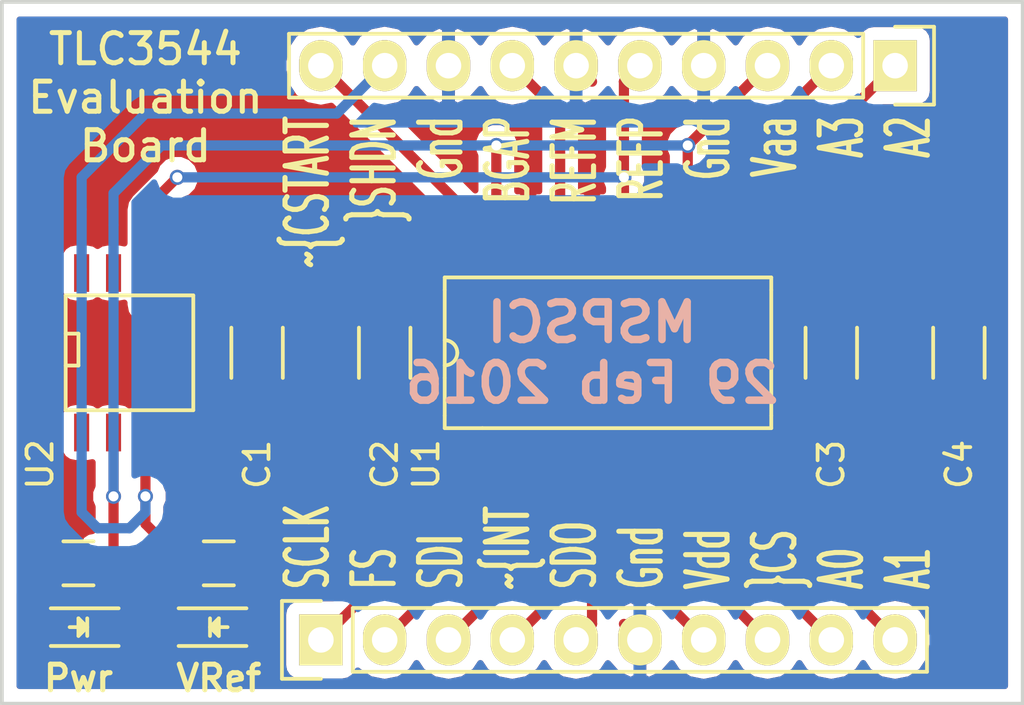
<source format=kicad_pcb>
(kicad_pcb (version 4) (host pcbnew 4.0.1-stable)

  (general
    (links 41)
    (no_connects 0)
    (area 129.464999 93.904999 170.969 121.995001)
    (thickness 1.6)
    (drawings 10)
    (tracks 93)
    (zones 0)
    (modules 12)
    (nets 20)
  )

  (page USLetter)
  (layers
    (0 F.Cu signal)
    (31 B.Cu signal)
    (32 B.Adhes user)
    (33 F.Adhes user)
    (34 B.Paste user)
    (35 F.Paste user)
    (36 B.SilkS user)
    (37 F.SilkS user)
    (38 B.Mask user)
    (39 F.Mask user)
    (40 Dwgs.User user)
    (41 Cmts.User user)
    (42 Eco1.User user)
    (43 Eco2.User user)
    (44 Edge.Cuts user)
    (45 Margin user)
    (46 B.CrtYd user)
    (47 F.CrtYd user)
    (48 B.Fab user)
    (49 F.Fab user)
  )

  (setup
    (last_trace_width 0.4064)
    (trace_clearance 0.254)
    (zone_clearance 0.508)
    (zone_45_only no)
    (trace_min 0.2)
    (segment_width 0.2)
    (edge_width 0.15)
    (via_size 0.6)
    (via_drill 0.4)
    (via_min_size 0.4)
    (via_min_drill 0.3)
    (uvia_size 0.3)
    (uvia_drill 0.1)
    (uvias_allowed no)
    (uvia_min_size 0.2)
    (uvia_min_drill 0.1)
    (pcb_text_width 0.3)
    (pcb_text_size 1.5 1.5)
    (mod_edge_width 0.15)
    (mod_text_size 1 1)
    (mod_text_width 0.15)
    (pad_size 1.524 1.524)
    (pad_drill 0.762)
    (pad_to_mask_clearance 0.2)
    (aux_axis_origin 0 0)
    (visible_elements FFFFFF7F)
    (pcbplotparams
      (layerselection 0x010f0_80000001)
      (usegerberextensions false)
      (excludeedgelayer true)
      (linewidth 0.150000)
      (plotframeref false)
      (viasonmask false)
      (mode 1)
      (useauxorigin false)
      (hpglpennumber 1)
      (hpglpenspeed 20)
      (hpglpendiameter 15)
      (hpglpenoverlay 2)
      (psnegative false)
      (psa4output false)
      (plotreference true)
      (plotvalue true)
      (plotinvisibletext false)
      (padsonsilk false)
      (subtractmaskfromsilk false)
      (outputformat 1)
      (mirror false)
      (drillshape 0)
      (scaleselection 1)
      (outputdirectory ""))
  )

  (net 0 "")
  (net 1 REFP)
  (net 2 REFM)
  (net 3 BGAP)
  (net 4 FS)
  (net 5 SDI)
  (net 6 EOC/~INT)
  (net 7 SDO)
  (net 8 VDD)
  (net 9 ~CS)
  (net 10 A0)
  (net 11 A1)
  (net 12 A2)
  (net 13 A3)
  (net 14 VAA)
  (net 15 ~SHDN)
  (net 16 ~CSTART)
  (net 17 SCLK)
  (net 18 "Net-(D1-Pad2)")
  (net 19 "Net-(D2-Pad2)")

  (net_class Default "This is the default net class."
    (clearance 0.254)
    (trace_width 0.4064)
    (via_dia 0.6)
    (via_drill 0.4)
    (uvia_dia 0.3)
    (uvia_drill 0.1)
    (add_net A0)
    (add_net A1)
    (add_net A2)
    (add_net A3)
    (add_net BGAP)
    (add_net EOC/~INT)
    (add_net FS)
    (add_net "Net-(D1-Pad2)")
    (add_net "Net-(D2-Pad2)")
    (add_net REFM)
    (add_net REFP)
    (add_net SCLK)
    (add_net SDI)
    (add_net SDO)
    (add_net VAA)
    (add_net VDD)
    (add_net ~CS)
    (add_net ~CSTART)
    (add_net ~SHDN)
  )

  (module Capacitors_SMD:C_1206_HandSoldering (layer F.Cu) (tedit 56CE3A35) (tstamp 56CE2AFA)
    (at 139.7 107.95 270)
    (descr "Capacitor SMD 1206, hand soldering")
    (tags "capacitor 1206")
    (path /56CE2499)
    (attr smd)
    (fp_text reference C1 (at 4.445 0 270) (layer F.SilkS)
      (effects (font (size 1 1) (thickness 0.15)))
    )
    (fp_text value C (at 0 2.3 270) (layer F.Fab) hide
      (effects (font (size 1 1) (thickness 0.15)))
    )
    (fp_line (start -3.3 -1.15) (end 3.3 -1.15) (layer F.CrtYd) (width 0.05))
    (fp_line (start -3.3 1.15) (end 3.3 1.15) (layer F.CrtYd) (width 0.05))
    (fp_line (start -3.3 -1.15) (end -3.3 1.15) (layer F.CrtYd) (width 0.05))
    (fp_line (start 3.3 -1.15) (end 3.3 1.15) (layer F.CrtYd) (width 0.05))
    (fp_line (start 1 -1.025) (end -1 -1.025) (layer F.SilkS) (width 0.15))
    (fp_line (start -1 1.025) (end 1 1.025) (layer F.SilkS) (width 0.15))
    (pad 1 smd rect (at -2 0 270) (size 2 1.6) (layers F.Cu F.Paste F.Mask)
      (net 1 REFP))
    (pad 2 smd rect (at 2 0 270) (size 2 1.6) (layers F.Cu F.Paste F.Mask)
      (net 2 REFM))
    (model Capacitors_SMD.3dshapes/C_1206_HandSoldering.wrl
      (at (xyz 0 0 0))
      (scale (xyz 1 1 1))
      (rotate (xyz 0 0 0))
    )
  )

  (module Capacitors_SMD:C_1206_HandSoldering (layer F.Cu) (tedit 56CE3A37) (tstamp 56CE2B00)
    (at 144.78 107.95 270)
    (descr "Capacitor SMD 1206, hand soldering")
    (tags "capacitor 1206")
    (path /56CE24D0)
    (attr smd)
    (fp_text reference C2 (at 4.445 0 270) (layer F.SilkS)
      (effects (font (size 1 1) (thickness 0.15)))
    )
    (fp_text value C (at 0 2.3 270) (layer F.Fab) hide
      (effects (font (size 1 1) (thickness 0.15)))
    )
    (fp_line (start -3.3 -1.15) (end 3.3 -1.15) (layer F.CrtYd) (width 0.05))
    (fp_line (start -3.3 1.15) (end 3.3 1.15) (layer F.CrtYd) (width 0.05))
    (fp_line (start -3.3 -1.15) (end -3.3 1.15) (layer F.CrtYd) (width 0.05))
    (fp_line (start 3.3 -1.15) (end 3.3 1.15) (layer F.CrtYd) (width 0.05))
    (fp_line (start 1 -1.025) (end -1 -1.025) (layer F.SilkS) (width 0.15))
    (fp_line (start -1 1.025) (end 1 1.025) (layer F.SilkS) (width 0.15))
    (pad 1 smd rect (at -2 0 270) (size 2 1.6) (layers F.Cu F.Paste F.Mask)
      (net 1 REFP))
    (pad 2 smd rect (at 2 0 270) (size 2 1.6) (layers F.Cu F.Paste F.Mask)
      (net 2 REFM))
    (model Capacitors_SMD.3dshapes/C_1206_HandSoldering.wrl
      (at (xyz 0 0 0))
      (scale (xyz 1 1 1))
      (rotate (xyz 0 0 0))
    )
  )

  (module Capacitors_SMD:C_1206_HandSoldering (layer F.Cu) (tedit 56CE3A81) (tstamp 56CE2B06)
    (at 162.56 107.95 90)
    (descr "Capacitor SMD 1206, hand soldering")
    (tags "capacitor 1206")
    (path /56CE2441)
    (attr smd)
    (fp_text reference C3 (at -4.445 0 90) (layer F.SilkS)
      (effects (font (size 1 1) (thickness 0.15)))
    )
    (fp_text value C (at 0 2.3 90) (layer F.Fab) hide
      (effects (font (size 1 1) (thickness 0.15)))
    )
    (fp_line (start -3.3 -1.15) (end 3.3 -1.15) (layer F.CrtYd) (width 0.05))
    (fp_line (start -3.3 1.15) (end 3.3 1.15) (layer F.CrtYd) (width 0.05))
    (fp_line (start -3.3 -1.15) (end -3.3 1.15) (layer F.CrtYd) (width 0.05))
    (fp_line (start 3.3 -1.15) (end 3.3 1.15) (layer F.CrtYd) (width 0.05))
    (fp_line (start 1 -1.025) (end -1 -1.025) (layer F.SilkS) (width 0.15))
    (fp_line (start -1 1.025) (end 1 1.025) (layer F.SilkS) (width 0.15))
    (pad 1 smd rect (at -2 0 90) (size 2 1.6) (layers F.Cu F.Paste F.Mask)
      (net 3 BGAP))
    (pad 2 smd rect (at 2 0 90) (size 2 1.6) (layers F.Cu F.Paste F.Mask)
      (net 2 REFM))
    (model Capacitors_SMD.3dshapes/C_1206_HandSoldering.wrl
      (at (xyz 0 0 0))
      (scale (xyz 1 1 1))
      (rotate (xyz 0 0 0))
    )
  )

  (module Capacitors_SMD:C_1206_HandSoldering (layer F.Cu) (tedit 56CE3A84) (tstamp 56CE2B0C)
    (at 167.64 107.95 90)
    (descr "Capacitor SMD 1206, hand soldering")
    (tags "capacitor 1206")
    (path /56CE247E)
    (attr smd)
    (fp_text reference C4 (at -4.445 0 90) (layer F.SilkS)
      (effects (font (size 1 1) (thickness 0.15)))
    )
    (fp_text value C (at 0 2.3 90) (layer F.Fab) hide
      (effects (font (size 1 1) (thickness 0.15)))
    )
    (fp_line (start -3.3 -1.15) (end 3.3 -1.15) (layer F.CrtYd) (width 0.05))
    (fp_line (start -3.3 1.15) (end 3.3 1.15) (layer F.CrtYd) (width 0.05))
    (fp_line (start -3.3 -1.15) (end -3.3 1.15) (layer F.CrtYd) (width 0.05))
    (fp_line (start 3.3 -1.15) (end 3.3 1.15) (layer F.CrtYd) (width 0.05))
    (fp_line (start 1 -1.025) (end -1 -1.025) (layer F.SilkS) (width 0.15))
    (fp_line (start -1 1.025) (end 1 1.025) (layer F.SilkS) (width 0.15))
    (pad 1 smd rect (at -2 0 90) (size 2 1.6) (layers F.Cu F.Paste F.Mask)
      (net 3 BGAP))
    (pad 2 smd rect (at 2 0 90) (size 2 1.6) (layers F.Cu F.Paste F.Mask)
      (net 2 REFM))
    (model Capacitors_SMD.3dshapes/C_1206_HandSoldering.wrl
      (at (xyz 0 0 0))
      (scale (xyz 1 1 1))
      (rotate (xyz 0 0 0))
    )
  )

  (module Socket_Strips:Socket_Strip_Straight_1x10 (layer F.Cu) (tedit 56CE3983) (tstamp 56CE2B1A)
    (at 142.24 119.38)
    (descr "Through hole socket strip")
    (tags "socket strip")
    (path /56CE28B2)
    (fp_text reference P1 (at 0 -5.1) (layer F.SilkS) hide
      (effects (font (size 1 1) (thickness 0.15)))
    )
    (fp_text value CONN_01X10 (at -6.35 1.27) (layer F.Fab) hide
      (effects (font (size 1 1) (thickness 0.15)))
    )
    (fp_line (start -1.75 -1.75) (end -1.75 1.75) (layer F.CrtYd) (width 0.05))
    (fp_line (start 24.65 -1.75) (end 24.65 1.75) (layer F.CrtYd) (width 0.05))
    (fp_line (start -1.75 -1.75) (end 24.65 -1.75) (layer F.CrtYd) (width 0.05))
    (fp_line (start -1.75 1.75) (end 24.65 1.75) (layer F.CrtYd) (width 0.05))
    (fp_line (start 1.27 1.27) (end 24.13 1.27) (layer F.SilkS) (width 0.15))
    (fp_line (start 24.13 1.27) (end 24.13 -1.27) (layer F.SilkS) (width 0.15))
    (fp_line (start 24.13 -1.27) (end 1.27 -1.27) (layer F.SilkS) (width 0.15))
    (fp_line (start -1.55 1.55) (end 0 1.55) (layer F.SilkS) (width 0.15))
    (fp_line (start 1.27 1.27) (end 1.27 -1.27) (layer F.SilkS) (width 0.15))
    (fp_line (start 0 -1.55) (end -1.55 -1.55) (layer F.SilkS) (width 0.15))
    (fp_line (start -1.55 -1.55) (end -1.55 1.55) (layer F.SilkS) (width 0.15))
    (pad 1 thru_hole rect (at 0 0) (size 1.7272 2.032) (drill 1.016) (layers *.Cu *.Mask F.SilkS)
      (net 17 SCLK))
    (pad 2 thru_hole oval (at 2.54 0) (size 1.7272 2.032) (drill 1.016) (layers *.Cu *.Mask F.SilkS)
      (net 4 FS))
    (pad 3 thru_hole oval (at 5.08 0) (size 1.7272 2.032) (drill 1.016) (layers *.Cu *.Mask F.SilkS)
      (net 5 SDI))
    (pad 4 thru_hole oval (at 7.62 0) (size 1.7272 2.032) (drill 1.016) (layers *.Cu *.Mask F.SilkS)
      (net 6 EOC/~INT))
    (pad 5 thru_hole oval (at 10.16 0) (size 1.7272 2.032) (drill 1.016) (layers *.Cu *.Mask F.SilkS)
      (net 7 SDO))
    (pad 6 thru_hole oval (at 12.7 0) (size 1.7272 2.032) (drill 1.016) (layers *.Cu *.Mask F.SilkS)
      (net 2 REFM))
    (pad 7 thru_hole oval (at 15.24 0) (size 1.7272 2.032) (drill 1.016) (layers *.Cu *.Mask F.SilkS)
      (net 8 VDD))
    (pad 8 thru_hole oval (at 17.78 0) (size 1.7272 2.032) (drill 1.016) (layers *.Cu *.Mask F.SilkS)
      (net 9 ~CS))
    (pad 9 thru_hole oval (at 20.32 0) (size 1.7272 2.032) (drill 1.016) (layers *.Cu *.Mask F.SilkS)
      (net 10 A0))
    (pad 10 thru_hole oval (at 22.86 0) (size 1.7272 2.032) (drill 1.016) (layers *.Cu *.Mask F.SilkS)
      (net 11 A1))
    (model Socket_Strips.3dshapes/Socket_Strip_Straight_1x10.wrl
      (at (xyz 0.45 0 0))
      (scale (xyz 1 1 1))
      (rotate (xyz 0 0 180))
    )
  )

  (module Socket_Strips:Socket_Strip_Straight_1x10 (layer F.Cu) (tedit 56CE3988) (tstamp 56CE2B28)
    (at 165.1 96.52 180)
    (descr "Through hole socket strip")
    (tags "socket strip")
    (path /56CE2986)
    (fp_text reference P2 (at 0 -5.1 180) (layer F.SilkS) hide
      (effects (font (size 1 1) (thickness 0.15)))
    )
    (fp_text value CONN_01X10 (at 29.845 0.635 180) (layer F.Fab) hide
      (effects (font (size 1 1) (thickness 0.15)))
    )
    (fp_line (start -1.75 -1.75) (end -1.75 1.75) (layer F.CrtYd) (width 0.05))
    (fp_line (start 24.65 -1.75) (end 24.65 1.75) (layer F.CrtYd) (width 0.05))
    (fp_line (start -1.75 -1.75) (end 24.65 -1.75) (layer F.CrtYd) (width 0.05))
    (fp_line (start -1.75 1.75) (end 24.65 1.75) (layer F.CrtYd) (width 0.05))
    (fp_line (start 1.27 1.27) (end 24.13 1.27) (layer F.SilkS) (width 0.15))
    (fp_line (start 24.13 1.27) (end 24.13 -1.27) (layer F.SilkS) (width 0.15))
    (fp_line (start 24.13 -1.27) (end 1.27 -1.27) (layer F.SilkS) (width 0.15))
    (fp_line (start -1.55 1.55) (end 0 1.55) (layer F.SilkS) (width 0.15))
    (fp_line (start 1.27 1.27) (end 1.27 -1.27) (layer F.SilkS) (width 0.15))
    (fp_line (start 0 -1.55) (end -1.55 -1.55) (layer F.SilkS) (width 0.15))
    (fp_line (start -1.55 -1.55) (end -1.55 1.55) (layer F.SilkS) (width 0.15))
    (pad 1 thru_hole rect (at 0 0 180) (size 1.7272 2.032) (drill 1.016) (layers *.Cu *.Mask F.SilkS)
      (net 12 A2))
    (pad 2 thru_hole oval (at 2.54 0 180) (size 1.7272 2.032) (drill 1.016) (layers *.Cu *.Mask F.SilkS)
      (net 13 A3))
    (pad 3 thru_hole oval (at 5.08 0 180) (size 1.7272 2.032) (drill 1.016) (layers *.Cu *.Mask F.SilkS)
      (net 14 VAA))
    (pad 4 thru_hole oval (at 7.62 0 180) (size 1.7272 2.032) (drill 1.016) (layers *.Cu *.Mask F.SilkS)
      (net 2 REFM))
    (pad 5 thru_hole oval (at 10.16 0 180) (size 1.7272 2.032) (drill 1.016) (layers *.Cu *.Mask F.SilkS)
      (net 1 REFP))
    (pad 6 thru_hole oval (at 12.7 0 180) (size 1.7272 2.032) (drill 1.016) (layers *.Cu *.Mask F.SilkS)
      (net 2 REFM))
    (pad 7 thru_hole oval (at 15.24 0 180) (size 1.7272 2.032) (drill 1.016) (layers *.Cu *.Mask F.SilkS)
      (net 3 BGAP))
    (pad 8 thru_hole oval (at 17.78 0 180) (size 1.7272 2.032) (drill 1.016) (layers *.Cu *.Mask F.SilkS)
      (net 2 REFM))
    (pad 9 thru_hole oval (at 20.32 0 180) (size 1.7272 2.032) (drill 1.016) (layers *.Cu *.Mask F.SilkS)
      (net 15 ~SHDN))
    (pad 10 thru_hole oval (at 22.86 0 180) (size 1.7272 2.032) (drill 1.016) (layers *.Cu *.Mask F.SilkS)
      (net 16 ~CSTART))
    (model Socket_Strips.3dshapes/Socket_Strip_Straight_1x10.wrl
      (at (xyz 0.45 0 0))
      (scale (xyz 1 1 1))
      (rotate (xyz 0 0 180))
    )
  )

  (module LEDs:LED-0805 (layer F.Cu) (tedit 56CE3ED8) (tstamp 56CE3ED8)
    (at 132.588 118.872 180)
    (descr "LED 0805 smd package")
    (tags "LED 0805 SMD")
    (path /56CE3D60)
    (attr smd)
    (fp_text reference D1 (at 0 -1.75 180) (layer F.SilkS) hide
      (effects (font (size 1 1) (thickness 0.15)))
    )
    (fp_text value LED (at 0 1.75 180) (layer F.Fab) hide
      (effects (font (size 1 1) (thickness 0.15)))
    )
    (fp_line (start -1.6 0.75) (end 1.1 0.75) (layer F.SilkS) (width 0.15))
    (fp_line (start -1.6 -0.75) (end 1.1 -0.75) (layer F.SilkS) (width 0.15))
    (fp_line (start -0.1 0.15) (end -0.1 -0.1) (layer F.SilkS) (width 0.15))
    (fp_line (start -0.1 -0.1) (end -0.25 0.05) (layer F.SilkS) (width 0.15))
    (fp_line (start -0.35 -0.35) (end -0.35 0.35) (layer F.SilkS) (width 0.15))
    (fp_line (start 0 0) (end 0.35 0) (layer F.SilkS) (width 0.15))
    (fp_line (start -0.35 0) (end 0 -0.35) (layer F.SilkS) (width 0.15))
    (fp_line (start 0 -0.35) (end 0 0.35) (layer F.SilkS) (width 0.15))
    (fp_line (start 0 0.35) (end -0.35 0) (layer F.SilkS) (width 0.15))
    (fp_line (start 1.9 -0.95) (end 1.9 0.95) (layer F.CrtYd) (width 0.05))
    (fp_line (start 1.9 0.95) (end -1.9 0.95) (layer F.CrtYd) (width 0.05))
    (fp_line (start -1.9 0.95) (end -1.9 -0.95) (layer F.CrtYd) (width 0.05))
    (fp_line (start -1.9 -0.95) (end 1.9 -0.95) (layer F.CrtYd) (width 0.05))
    (pad 2 smd rect (at 1.04902 0) (size 1.19888 1.19888) (layers F.Cu F.Paste F.Mask)
      (net 18 "Net-(D1-Pad2)"))
    (pad 1 smd rect (at -1.04902 0) (size 1.19888 1.19888) (layers F.Cu F.Paste F.Mask)
      (net 2 REFM))
    (model LEDs.3dshapes/LED-0805.wrl
      (at (xyz 0 0 0))
      (scale (xyz 1 1 1))
      (rotate (xyz 0 0 0))
    )
  )

  (module LEDs:LED-0805 (layer F.Cu) (tedit 56CE3EDC) (tstamp 56CE3EDE)
    (at 138.176 118.872)
    (descr "LED 0805 smd package")
    (tags "LED 0805 SMD")
    (path /56CE3DB9)
    (attr smd)
    (fp_text reference D2 (at 0 -1.75) (layer F.SilkS) hide
      (effects (font (size 1 1) (thickness 0.15)))
    )
    (fp_text value LED (at 0 1.75) (layer F.Fab) hide
      (effects (font (size 1 1) (thickness 0.15)))
    )
    (fp_line (start -1.6 0.75) (end 1.1 0.75) (layer F.SilkS) (width 0.15))
    (fp_line (start -1.6 -0.75) (end 1.1 -0.75) (layer F.SilkS) (width 0.15))
    (fp_line (start -0.1 0.15) (end -0.1 -0.1) (layer F.SilkS) (width 0.15))
    (fp_line (start -0.1 -0.1) (end -0.25 0.05) (layer F.SilkS) (width 0.15))
    (fp_line (start -0.35 -0.35) (end -0.35 0.35) (layer F.SilkS) (width 0.15))
    (fp_line (start 0 0) (end 0.35 0) (layer F.SilkS) (width 0.15))
    (fp_line (start -0.35 0) (end 0 -0.35) (layer F.SilkS) (width 0.15))
    (fp_line (start 0 -0.35) (end 0 0.35) (layer F.SilkS) (width 0.15))
    (fp_line (start 0 0.35) (end -0.35 0) (layer F.SilkS) (width 0.15))
    (fp_line (start 1.9 -0.95) (end 1.9 0.95) (layer F.CrtYd) (width 0.05))
    (fp_line (start 1.9 0.95) (end -1.9 0.95) (layer F.CrtYd) (width 0.05))
    (fp_line (start -1.9 0.95) (end -1.9 -0.95) (layer F.CrtYd) (width 0.05))
    (fp_line (start -1.9 -0.95) (end 1.9 -0.95) (layer F.CrtYd) (width 0.05))
    (pad 2 smd rect (at 1.04902 0 180) (size 1.19888 1.19888) (layers F.Cu F.Paste F.Mask)
      (net 19 "Net-(D2-Pad2)"))
    (pad 1 smd rect (at -1.04902 0 180) (size 1.19888 1.19888) (layers F.Cu F.Paste F.Mask)
      (net 2 REFM))
    (model LEDs.3dshapes/LED-0805.wrl
      (at (xyz 0 0 0))
      (scale (xyz 1 1 1))
      (rotate (xyz 0 0 0))
    )
  )

  (module Resistors_SMD:R_0805_HandSoldering (layer F.Cu) (tedit 56CE3ED4) (tstamp 56CE3EDF)
    (at 132.588 116.332)
    (descr "Resistor SMD 0805, hand soldering")
    (tags "resistor 0805")
    (path /56CE3D02)
    (attr smd)
    (fp_text reference R1 (at 0 -2.1) (layer F.SilkS) hide
      (effects (font (size 1 1) (thickness 0.15)))
    )
    (fp_text value R (at 0 2.1) (layer F.Fab) hide
      (effects (font (size 1 1) (thickness 0.15)))
    )
    (fp_line (start -2.4 -1) (end 2.4 -1) (layer F.CrtYd) (width 0.05))
    (fp_line (start -2.4 1) (end 2.4 1) (layer F.CrtYd) (width 0.05))
    (fp_line (start -2.4 -1) (end -2.4 1) (layer F.CrtYd) (width 0.05))
    (fp_line (start 2.4 -1) (end 2.4 1) (layer F.CrtYd) (width 0.05))
    (fp_line (start 0.6 0.875) (end -0.6 0.875) (layer F.SilkS) (width 0.15))
    (fp_line (start -0.6 -0.875) (end 0.6 -0.875) (layer F.SilkS) (width 0.15))
    (pad 1 smd rect (at -1.35 0) (size 1.5 1.3) (layers F.Cu F.Paste F.Mask)
      (net 18 "Net-(D1-Pad2)"))
    (pad 2 smd rect (at 1.35 0) (size 1.5 1.3) (layers F.Cu F.Paste F.Mask)
      (net 14 VAA))
    (model Resistors_SMD.3dshapes/R_0805_HandSoldering.wrl
      (at (xyz 0 0 0))
      (scale (xyz 1 1 1))
      (rotate (xyz 0 0 0))
    )
  )

  (module Resistors_SMD:R_0805_HandSoldering (layer F.Cu) (tedit 56CE3ED1) (tstamp 56CE3EE4)
    (at 138.176 116.332)
    (descr "Resistor SMD 0805, hand soldering")
    (tags "resistor 0805")
    (path /56CE3C78)
    (attr smd)
    (fp_text reference R2 (at 0 -2.1) (layer F.SilkS) hide
      (effects (font (size 1 1) (thickness 0.15)))
    )
    (fp_text value R (at 0 2.1) (layer F.Fab) hide
      (effects (font (size 1 1) (thickness 0.15)))
    )
    (fp_line (start -2.4 -1) (end 2.4 -1) (layer F.CrtYd) (width 0.05))
    (fp_line (start -2.4 1) (end 2.4 1) (layer F.CrtYd) (width 0.05))
    (fp_line (start -2.4 -1) (end -2.4 1) (layer F.CrtYd) (width 0.05))
    (fp_line (start 2.4 -1) (end 2.4 1) (layer F.CrtYd) (width 0.05))
    (fp_line (start 0.6 0.875) (end -0.6 0.875) (layer F.SilkS) (width 0.15))
    (fp_line (start -0.6 -0.875) (end 0.6 -0.875) (layer F.SilkS) (width 0.15))
    (pad 1 smd rect (at -1.35 0) (size 1.5 1.3) (layers F.Cu F.Paste F.Mask)
      (net 15 ~SHDN))
    (pad 2 smd rect (at 1.35 0) (size 1.5 1.3) (layers F.Cu F.Paste F.Mask)
      (net 19 "Net-(D2-Pad2)"))
    (model Resistors_SMD.3dshapes/R_0805_HandSoldering.wrl
      (at (xyz 0 0 0))
      (scale (xyz 1 1 1))
      (rotate (xyz 0 0 0))
    )
  )

  (module SMD_Packages:SOIC-20 (layer F.Cu) (tedit 56D4A477) (tstamp 56CE2B48)
    (at 153.67 107.95)
    (path /56CE23D7)
    (fp_text reference U1 (at -7.239 4.445 90) (layer F.SilkS)
      (effects (font (size 1 1) (thickness 0.15)))
    )
    (fp_text value TLC3544 (at 0 0) (layer F.Fab)
      (effects (font (size 1.2 1.2) (thickness 0.15)))
    )
    (fp_line (start -6.5 3) (end -6.5 2.5) (layer F.SilkS) (width 0.15))
    (fp_line (start 6.5 2.5) (end 6.5 3) (layer F.SilkS) (width 0.15))
    (fp_line (start 6.5 -3) (end 6.5 -2.5) (layer F.SilkS) (width 0.15))
    (fp_line (start -6.5 -2.5) (end -6.5 -3) (layer F.SilkS) (width 0.15))
    (fp_arc (start -6.5 0) (end -6.5 -0.5) (angle 90) (layer F.SilkS) (width 0.15))
    (fp_arc (start -6.5 0) (end -6 0) (angle 90) (layer F.SilkS) (width 0.15))
    (fp_line (start -6.5 1) (end -6.5 2.5) (layer F.SilkS) (width 0.15))
    (fp_line (start -6.5 3) (end -5 3) (layer F.SilkS) (width 0.15))
    (fp_line (start -6.5 -2.5) (end -6.5 1) (layer F.SilkS) (width 0.15))
    (fp_line (start -5 3) (end 6.5 3) (layer F.SilkS) (width 0.15))
    (fp_line (start 6.5 2.5) (end 6.5 -2.5) (layer F.SilkS) (width 0.15))
    (fp_line (start 6.5 -3) (end -6.5 -3) (layer F.SilkS) (width 0.15))
    (pad 20 smd rect (at -5.715 -4.7) (size 0.6 2.2) (layers F.Cu F.Paste F.Mask)
      (net 16 ~CSTART))
    (pad 1 smd rect (at -5.715 4.7) (size 0.6 2.2) (layers F.Cu F.Paste F.Mask)
      (net 17 SCLK))
    (pad 19 smd rect (at -4.445 -4.7) (size 0.6 2.2) (layers F.Cu F.Paste F.Mask)
      (net 14 VAA))
    (pad 2 smd rect (at -4.445 4.7) (size 0.6 2.2) (layers F.Cu F.Paste F.Mask)
      (net 4 FS))
    (pad 18 smd rect (at -3.175 -4.7) (size 0.6 2.2) (layers F.Cu F.Paste F.Mask)
      (net 2 REFM))
    (pad 3 smd rect (at -3.175 4.7) (size 0.6 2.2) (layers F.Cu F.Paste F.Mask)
      (net 5 SDI))
    (pad 17 smd rect (at -1.905 -4.7) (size 0.6 2.2) (layers F.Cu F.Paste F.Mask)
      (net 3 BGAP))
    (pad 4 smd rect (at -1.905 4.7) (size 0.6 2.2) (layers F.Cu F.Paste F.Mask)
      (net 6 EOC/~INT))
    (pad 16 smd rect (at -0.635 -4.7) (size 0.6 2.2) (layers F.Cu F.Paste F.Mask)
      (net 2 REFM))
    (pad 5 smd rect (at -0.635 4.7) (size 0.6 2.2) (layers F.Cu F.Paste F.Mask)
      (net 7 SDO))
    (pad 15 smd rect (at 0.635 -4.7) (size 0.6 2.2) (layers F.Cu F.Paste F.Mask)
      (net 1 REFP))
    (pad 6 smd rect (at 0.635 4.7) (size 0.6 2.2) (layers F.Cu F.Paste F.Mask)
      (net 2 REFM))
    (pad 14 smd rect (at 1.905 -4.7) (size 0.6 2.2) (layers F.Cu F.Paste F.Mask)
      (net 2 REFM))
    (pad 7 smd rect (at 1.905 4.7) (size 0.6 2.2) (layers F.Cu F.Paste F.Mask)
      (net 8 VDD))
    (pad 13 smd rect (at 3.175 -4.7) (size 0.6 2.2) (layers F.Cu F.Paste F.Mask)
      (net 14 VAA))
    (pad 8 smd rect (at 3.175 4.7) (size 0.6 2.2) (layers F.Cu F.Paste F.Mask)
      (net 9 ~CS))
    (pad 12 smd rect (at 4.445 -4.7) (size 0.6 2.2) (layers F.Cu F.Paste F.Mask)
      (net 13 A3))
    (pad 9 smd rect (at 4.445 4.7) (size 0.6 2.2) (layers F.Cu F.Paste F.Mask)
      (net 10 A0))
    (pad 11 smd rect (at 5.715 -4.7) (size 0.6 2.2) (layers F.Cu F.Paste F.Mask)
      (net 12 A2))
    (pad 10 smd rect (at 5.715 4.7) (size 0.6 2.2) (layers F.Cu F.Paste F.Mask)
      (net 11 A1))
  )

  (module SMD_Packages:SOIC-8-N2 (layer F.Cu) (tedit 56D4A499) (tstamp 56CE2B54)
    (at 134.62 107.95)
    (descr "Module Narrow CMS SOJ 8 pins large")
    (tags "CMS SOJ")
    (path /56CE277F)
    (attr smd)
    (fp_text reference U2 (at -3.556 4.445 90) (layer F.SilkS)
      (effects (font (size 1 1) (thickness 0.15)))
    )
    (fp_text value LT1461 (at 0 1.27) (layer F.Fab)
      (effects (font (size 1 1) (thickness 0.15)))
    )
    (fp_line (start -2.54 -2.286) (end 2.54 -2.286) (layer F.SilkS) (width 0.15))
    (fp_line (start 2.54 -2.286) (end 2.54 2.286) (layer F.SilkS) (width 0.15))
    (fp_line (start 2.54 2.286) (end -2.54 2.286) (layer F.SilkS) (width 0.15))
    (fp_line (start -2.54 2.286) (end -2.54 -2.286) (layer F.SilkS) (width 0.15))
    (fp_line (start -2.54 -0.762) (end -2.032 -0.762) (layer F.SilkS) (width 0.15))
    (fp_line (start -2.032 -0.762) (end -2.032 0.508) (layer F.SilkS) (width 0.15))
    (fp_line (start -2.032 0.508) (end -2.54 0.508) (layer F.SilkS) (width 0.15))
    (pad 8 smd rect (at -1.905 -3.175) (size 0.6 1.5) (layers F.Cu F.Paste F.Mask))
    (pad 7 smd rect (at -0.635 -3.175) (size 0.6 1.5) (layers F.Cu F.Paste F.Mask))
    (pad 6 smd rect (at 0.635 -3.175) (size 0.6 1.5) (layers F.Cu F.Paste F.Mask)
      (net 1 REFP))
    (pad 5 smd rect (at 1.905 -3.175) (size 0.6 1.5) (layers F.Cu F.Paste F.Mask))
    (pad 4 smd rect (at 1.905 3.175) (size 0.6 1.5) (layers F.Cu F.Paste F.Mask)
      (net 2 REFM))
    (pad 3 smd rect (at 0.635 3.175) (size 0.6 1.5) (layers F.Cu F.Paste F.Mask)
      (net 15 ~SHDN))
    (pad 2 smd rect (at -0.635 3.175) (size 0.6 1.5) (layers F.Cu F.Paste F.Mask)
      (net 14 VAA))
    (pad 1 smd rect (at -1.905 3.175) (size 0.6 1.5) (layers F.Cu F.Paste F.Mask))
    (model SMD_Packages.3dshapes/SOIC-8-N.wrl
      (at (xyz 0 0 0))
      (scale (xyz 0.5 0.38 0.5))
      (rotate (xyz 0 0 0))
    )
  )

  (gr_text "MSPSCI\n29 Feb 2016" (at 153.035 107.95) (layer B.SilkS)
    (effects (font (size 1.5 1.5) (thickness 0.3)) (justify mirror))
  )
  (gr_text "TLC3544\nEvaluation\nBoard" (at 135.255 97.79) (layer F.SilkS)
    (effects (font (size 1.2 1.2) (thickness 0.2)))
  )
  (gr_text VRef (at 138.176 120.904) (layer F.SilkS)
    (effects (font (size 1.016 1.016) (thickness 0.2032)))
  )
  (gr_text Pwr (at 132.588 120.904) (layer F.SilkS)
    (effects (font (size 1.016 1.016) (thickness 0.2032)))
  )
  (gr_text "~CSTART\n~SHDN\nGnd\nBGAP\nREFM\nREFP\nGnd\nVaa\nA3\nA2" (at 153.67 98.425 90) (layer F.SilkS)
    (effects (font (size 1.651 0.889) (thickness 0.2032)) (justify right))
  )
  (gr_text "SCLK\nFS\nSDI\n~INT\nSDO\nGnd\nVdd\n~CS\nA0\nA1" (at 153.67 117.475 90) (layer F.SilkS)
    (effects (font (size 1.651 0.889) (thickness 0.2032)) (justify left))
  )
  (gr_line (start 129.54 121.92) (end 129.54 93.98) (angle 90) (layer Edge.Cuts) (width 0.15))
  (gr_line (start 170.18 121.92) (end 129.54 121.92) (angle 90) (layer Edge.Cuts) (width 0.15))
  (gr_line (start 170.18 93.98) (end 170.18 121.92) (angle 90) (layer Edge.Cuts) (width 0.15))
  (gr_line (start 129.54 93.98) (end 170.18 93.98) (angle 90) (layer Edge.Cuts) (width 0.15))

  (segment (start 154.305 103.25) (end 154.305 97.155) (width 0.4064) (layer F.Cu) (net 1))
  (segment (start 154.305 97.155) (end 154.94 96.52) (width 0.4064) (layer F.Cu) (net 1) (tstamp 56D4A4A7))
  (segment (start 136.525 100.965) (end 135.255 102.235) (width 0.4064) (layer F.Cu) (net 1))
  (via (at 136.525 100.965) (size 0.6) (drill 0.4) (layers F.Cu B.Cu) (net 1))
  (segment (start 154.305 100.965) (end 136.525 100.965) (width 0.4064) (layer B.Cu) (net 1) (tstamp 56CE2D01))
  (via (at 154.305 100.965) (size 0.6) (drill 0.4) (layers F.Cu B.Cu) (net 1))
  (segment (start 135.255 103.505) (end 135.255 104.775) (width 0.4064) (layer F.Cu) (net 1))
  (segment (start 135.255 102.235) (end 135.255 103.505) (width 0.4064) (layer F.Cu) (net 1) (tstamp 56CE3B48))
  (segment (start 135.255 104.775) (end 135.255 106.045) (width 0.4064) (layer F.Cu) (net 1))
  (segment (start 135.255 106.045) (end 135.89 106.68) (width 0.4064) (layer F.Cu) (net 1) (tstamp 56CE2CD0))
  (segment (start 135.89 106.68) (end 138.97 106.68) (width 0.4064) (layer F.Cu) (net 1) (tstamp 56CE2CD1))
  (segment (start 138.97 106.68) (end 139.7 105.95) (width 0.4064) (layer F.Cu) (net 1) (tstamp 56CE2CD2))
  (segment (start 154.305 104.2) (end 154.305 100.965) (width 0.4064) (layer F.Cu) (net 1))
  (segment (start 154.305 97.155) (end 154.94 96.52) (width 0.4064) (layer F.Cu) (net 1) (tstamp 56CE2CBE))
  (segment (start 139.7 105.95) (end 144.78 105.95) (width 0.4064) (layer F.Cu) (net 1))
  (segment (start 153.035 97.155) (end 152.4 96.52) (width 0.4064) (layer F.Cu) (net 2) (tstamp 56D4A4A3))
  (segment (start 136.525 111.125) (end 138.525 111.125) (width 0.4064) (layer F.Cu) (net 2))
  (segment (start 138.525 111.125) (end 139.7 109.95) (width 0.4064) (layer F.Cu) (net 2) (tstamp 56CE2CD5))
  (segment (start 154.305 118.745) (end 154.94 119.38) (width 0.4064) (layer F.Cu) (net 2) (tstamp 56CE2C91))
  (segment (start 151.765 103.25) (end 151.765 98.425) (width 0.4064) (layer F.Cu) (net 3))
  (segment (start 151.765 98.425) (end 149.86 96.52) (width 0.4064) (layer F.Cu) (net 3) (tstamp 56D4A49E))
  (segment (start 154.305 108.585) (end 161.195 108.585) (width 0.4064) (layer F.Cu) (net 3))
  (segment (start 161.195 108.585) (end 162.56 109.95) (width 0.4064) (layer F.Cu) (net 3) (tstamp 56CE3B51))
  (segment (start 162.56 109.95) (end 167.64 109.95) (width 0.4064) (layer F.Cu) (net 3))
  (segment (start 162.465 109.855) (end 162.56 109.95) (width 0.4064) (layer F.Cu) (net 3) (tstamp 56CE3B3C))
  (segment (start 151.765 104.2) (end 151.765 106.045) (width 0.4064) (layer F.Cu) (net 3))
  (segment (start 151.765 106.045) (end 154.305 108.585) (width 0.4064) (layer F.Cu) (net 3) (tstamp 56CE2C7B))
  (segment (start 154.305 108.585) (end 154.4 108.68) (width 0.4064) (layer F.Cu) (net 3) (tstamp 56CE3B3A))
  (segment (start 149.225 112.65) (end 149.225 114.935) (width 0.4064) (layer F.Cu) (net 4))
  (segment (start 149.225 114.935) (end 144.78 119.38) (width 0.4064) (layer F.Cu) (net 4) (tstamp 56D4A4DC))
  (segment (start 150.495 112.65) (end 150.495 116.205) (width 0.4064) (layer F.Cu) (net 5))
  (segment (start 150.495 116.205) (end 147.32 119.38) (width 0.4064) (layer F.Cu) (net 5) (tstamp 56D4A4D7))
  (segment (start 151.765 112.65) (end 151.765 117.475) (width 0.4064) (layer F.Cu) (net 6))
  (segment (start 151.765 117.475) (end 149.86 119.38) (width 0.4064) (layer F.Cu) (net 6) (tstamp 56D4A4D2))
  (segment (start 153.035 112.65) (end 153.035 118.745) (width 0.4064) (layer F.Cu) (net 7))
  (segment (start 153.035 118.745) (end 152.4 119.38) (width 0.4064) (layer F.Cu) (net 7) (tstamp 56D4A4CE))
  (segment (start 153.035 118.745) (end 152.4 119.38) (width 0.4064) (layer F.Cu) (net 7) (tstamp 56CE2C94))
  (segment (start 155.575 112.65) (end 155.575 117.475) (width 0.4064) (layer F.Cu) (net 8))
  (segment (start 155.575 117.475) (end 157.48 119.38) (width 0.4064) (layer F.Cu) (net 8) (tstamp 56D4A4C9))
  (segment (start 156.845 112.65) (end 156.845 116.205) (width 0.4064) (layer F.Cu) (net 9))
  (segment (start 156.845 116.205) (end 160.02 119.38) (width 0.4064) (layer F.Cu) (net 9) (tstamp 56D4A4C4))
  (segment (start 158.115 112.65) (end 158.115 114.935) (width 0.4064) (layer F.Cu) (net 10))
  (segment (start 158.115 114.935) (end 162.56 119.38) (width 0.4064) (layer F.Cu) (net 10) (tstamp 56D4A4BF))
  (segment (start 159.385 112.65) (end 159.385 113.665) (width 0.4064) (layer F.Cu) (net 11))
  (segment (start 159.385 113.665) (end 165.1 119.38) (width 0.4064) (layer F.Cu) (net 11) (tstamp 56D4A4BB))
  (segment (start 159.385 111.7) (end 159.385 113.665) (width 0.4064) (layer F.Cu) (net 11))
  (segment (start 159.385 103.25) (end 159.385 102.235) (width 0.4064) (layer F.Cu) (net 12))
  (segment (start 159.385 102.235) (end 165.1 96.52) (width 0.4064) (layer F.Cu) (net 12) (tstamp 56D4A4B7))
  (segment (start 159.385 104.2) (end 159.385 102.235) (width 0.4064) (layer F.Cu) (net 12))
  (segment (start 159.385 104.2) (end 159.385 103.505) (width 0.4064) (layer F.Cu) (net 12))
  (segment (start 158.115 103.25) (end 158.115 100.965) (width 0.4064) (layer F.Cu) (net 13))
  (segment (start 158.115 100.965) (end 162.56 96.52) (width 0.4064) (layer F.Cu) (net 13) (tstamp 56D4A4B2))
  (segment (start 156.845 103.25) (end 156.845 99.695) (width 0.4064) (layer F.Cu) (net 14))
  (segment (start 156.845 99.695) (end 160.02 96.52) (width 0.4064) (layer F.Cu) (net 14) (tstamp 56D4A4AD))
  (segment (start 149.225 99.695) (end 149.225 103.25) (width 0.4064) (layer F.Cu) (net 14))
  (via (at 149.225 99.695) (size 0.6) (drill 0.4) (layers F.Cu B.Cu) (net 14))
  (segment (start 133.985 113.665) (end 133.985 116.285) (width 0.4064) (layer F.Cu) (net 14))
  (segment (start 133.985 116.285) (end 133.938 116.332) (width 0.4064) (layer F.Cu) (net 14) (tstamp 56CE3F29))
  (segment (start 133.985 102.87) (end 133.985 101.6) (width 0.4064) (layer B.Cu) (net 14))
  (via (at 133.985 113.665) (size 0.6) (drill 0.4) (layers F.Cu B.Cu) (net 14))
  (segment (start 133.985 113.665) (end 133.985 102.87) (width 0.4064) (layer B.Cu) (net 14) (tstamp 56CE2D0A))
  (segment (start 133.985 101.6) (end 135.89 99.695) (width 0.4064) (layer B.Cu) (net 14) (tstamp 56CE2D0B))
  (segment (start 149.225 99.695) (end 135.89 99.695) (width 0.4064) (layer B.Cu) (net 14) (tstamp 56CE2D0C))
  (segment (start 133.985 113.665) (end 133.985 111.125) (width 0.4064) (layer F.Cu) (net 14))
  (via (at 156.845 99.695) (size 0.6) (drill 0.4) (layers F.Cu B.Cu) (net 14))
  (segment (start 149.225 99.695) (end 156.845 99.695) (width 0.4064) (layer B.Cu) (net 14) (tstamp 56CE2CEA))
  (segment (start 156.845 99.695) (end 160.02 96.52) (width 0.4064) (layer F.Cu) (net 14) (tstamp 56CE2CB6))
  (segment (start 135.255 113.665) (end 135.255 114.761) (width 0.4064) (layer F.Cu) (net 15))
  (segment (start 135.255 114.761) (end 136.826 116.332) (width 0.4064) (layer F.Cu) (net 15) (tstamp 56CE3F2F))
  (segment (start 132.715 102.235) (end 132.715 100.965) (width 0.4064) (layer B.Cu) (net 15))
  (via (at 135.255 113.665) (size 0.6) (drill 0.4) (layers F.Cu B.Cu) (net 15))
  (segment (start 135.255 113.665) (end 135.255 114.3) (width 0.4064) (layer B.Cu) (net 15) (tstamp 56CE2D12))
  (segment (start 135.255 114.3) (end 134.62 114.935) (width 0.4064) (layer B.Cu) (net 15) (tstamp 56CE2D13))
  (segment (start 134.62 114.935) (end 133.35 114.935) (width 0.4064) (layer B.Cu) (net 15) (tstamp 56CE2D14))
  (segment (start 133.35 114.935) (end 132.715 114.3) (width 0.4064) (layer B.Cu) (net 15) (tstamp 56CE2D15))
  (segment (start 132.715 114.3) (end 132.715 102.235) (width 0.4064) (layer B.Cu) (net 15) (tstamp 56CE2D16))
  (segment (start 132.715 100.965) (end 135.255 98.425) (width 0.4064) (layer B.Cu) (net 15) (tstamp 56CE2D17))
  (segment (start 135.255 98.425) (end 142.875 98.425) (width 0.4064) (layer B.Cu) (net 15) (tstamp 56CE2D19))
  (segment (start 144.78 96.52) (end 142.875 98.425) (width 0.4064) (layer B.Cu) (net 15) (tstamp 56CE2D1B))
  (segment (start 135.255 113.665) (end 135.255 111.125) (width 0.4064) (layer F.Cu) (net 15))
  (segment (start 147.955 103.25) (end 147.955 102.235) (width 0.4064) (layer F.Cu) (net 16))
  (segment (start 147.955 102.235) (end 142.24 96.52) (width 0.4064) (layer F.Cu) (net 16) (tstamp 56D4A490))
  (segment (start 147.955 104.2) (end 147.955 102.235) (width 0.4064) (layer F.Cu) (net 16))
  (segment (start 147.955 104.2) (end 147.955 104.14) (width 0.4064) (layer F.Cu) (net 16))
  (segment (start 147.955 112.65) (end 147.955 113.665) (width 0.4064) (layer F.Cu) (net 17))
  (segment (start 147.955 113.665) (end 142.24 119.38) (width 0.4064) (layer F.Cu) (net 17) (tstamp 56D4A4E1))
  (segment (start 147.955 111.7) (end 147.955 113.665) (width 0.4064) (layer F.Cu) (net 17))
  (segment (start 131.238 116.332) (end 131.238 118.57102) (width 0.4064) (layer F.Cu) (net 18))
  (segment (start 131.238 118.57102) (end 131.53898 118.872) (width 0.4064) (layer F.Cu) (net 18) (tstamp 56CE3F7C))
  (segment (start 131.238 118.57102) (end 131.53898 118.872) (width 0.4064) (layer F.Cu) (net 18) (tstamp 56CE3F2C))
  (segment (start 139.526 116.332) (end 139.526 118.57102) (width 0.4064) (layer F.Cu) (net 19))
  (segment (start 139.526 118.57102) (end 139.22502 118.872) (width 0.4064) (layer F.Cu) (net 19) (tstamp 56CE3F78))
  (segment (start 138.872 119.28098) (end 138.97102 119.38) (width 0.4064) (layer F.Cu) (net 19) (tstamp 56CE3EA8))

  (zone (net 2) (net_name REFM) (layer F.Cu) (tstamp 56CE2D21) (hatch edge 0.508)
    (connect_pads (clearance 0.508))
    (min_thickness 0.254)
    (fill yes (arc_segments 16) (thermal_gap 0.508) (thermal_bridge_width 0.508))
    (polygon
      (pts
        (xy 170.18 121.92) (xy 129.54 121.92) (xy 129.54 93.98) (xy 170.18 93.98) (xy 170.18 121.92)
      )
    )
    (filled_polygon
      (pts
        (xy 169.47 121.21) (xy 130.25 121.21) (xy 130.25 117.581244) (xy 130.3998 117.611579) (xy 130.3998 117.9377)
        (xy 130.343109 118.02067) (xy 130.2921 118.27256) (xy 130.2921 119.47144) (xy 130.336378 119.706757) (xy 130.47545 119.922881)
        (xy 130.68765 120.067871) (xy 130.93954 120.11888) (xy 132.13842 120.11888) (xy 132.373737 120.074602) (xy 132.589861 119.93553)
        (xy 132.595456 119.927341) (xy 132.677882 120.009767) (xy 132.911271 120.10644) (xy 133.35127 120.10644) (xy 133.51002 119.94769)
        (xy 133.51002 118.999) (xy 133.76402 118.999) (xy 133.76402 119.94769) (xy 133.92277 120.10644) (xy 134.362769 120.10644)
        (xy 134.596158 120.009767) (xy 134.774787 119.831139) (xy 134.87146 119.59775) (xy 134.87146 119.15775) (xy 135.89254 119.15775)
        (xy 135.89254 119.59775) (xy 135.989213 119.831139) (xy 136.167842 120.009767) (xy 136.401231 120.10644) (xy 136.84123 120.10644)
        (xy 136.99998 119.94769) (xy 136.99998 118.999) (xy 136.05129 118.999) (xy 135.89254 119.15775) (xy 134.87146 119.15775)
        (xy 134.71271 118.999) (xy 133.76402 118.999) (xy 133.51002 118.999) (xy 133.49002 118.999) (xy 133.49002 118.745)
        (xy 133.51002 118.745) (xy 133.51002 117.79631) (xy 133.76402 117.79631) (xy 133.76402 118.745) (xy 134.71271 118.745)
        (xy 134.87146 118.58625) (xy 134.87146 118.14625) (xy 135.89254 118.14625) (xy 135.89254 118.58625) (xy 136.05129 118.745)
        (xy 136.99998 118.745) (xy 136.99998 117.79631) (xy 136.84123 117.63756) (xy 136.401231 117.63756) (xy 136.167842 117.734233)
        (xy 135.989213 117.912861) (xy 135.89254 118.14625) (xy 134.87146 118.14625) (xy 134.774787 117.912861) (xy 134.596158 117.734233)
        (xy 134.362769 117.63756) (xy 133.92277 117.63756) (xy 133.76402 117.79631) (xy 133.51002 117.79631) (xy 133.35127 117.63756)
        (xy 132.911271 117.63756) (xy 132.677882 117.734233) (xy 132.595669 117.816445) (xy 132.39031 117.676129) (xy 132.13842 117.62512)
        (xy 132.0762 117.62512) (xy 132.0762 117.612844) (xy 132.223317 117.585162) (xy 132.439441 117.44609) (xy 132.584431 117.23389)
        (xy 132.587081 117.220803) (xy 132.72391 117.433441) (xy 132.93611 117.578431) (xy 133.188 117.62944) (xy 134.688 117.62944)
        (xy 134.923317 117.585162) (xy 135.139441 117.44609) (xy 135.284431 117.23389) (xy 135.33544 116.982) (xy 135.33544 116.026834)
        (xy 135.42856 116.119954) (xy 135.42856 116.982) (xy 135.472838 117.217317) (xy 135.61191 117.433441) (xy 135.82411 117.578431)
        (xy 136.076 117.62944) (xy 137.576 117.62944) (xy 137.811317 117.585162) (xy 138.027441 117.44609) (xy 138.172431 117.23389)
        (xy 138.175081 117.220803) (xy 138.31191 117.433441) (xy 138.52411 117.578431) (xy 138.6878 117.611579) (xy 138.6878 117.62512)
        (xy 138.62558 117.62512) (xy 138.390263 117.669398) (xy 138.174139 117.80847) (xy 138.168544 117.816659) (xy 138.086118 117.734233)
        (xy 137.852729 117.63756) (xy 137.41273 117.63756) (xy 137.25398 117.79631) (xy 137.25398 118.745) (xy 137.27398 118.745)
        (xy 137.27398 118.999) (xy 137.25398 118.999) (xy 137.25398 119.94769) (xy 137.41273 120.10644) (xy 137.852729 120.10644)
        (xy 138.086118 120.009767) (xy 138.168331 119.927555) (xy 138.37369 120.067871) (xy 138.584718 120.110605) (xy 138.650254 120.154395)
        (xy 138.97102 120.2182) (xy 139.291785 120.154395) (xy 139.344937 120.11888) (xy 139.82446 120.11888) (xy 140.059777 120.074602)
        (xy 140.275901 119.93553) (xy 140.420891 119.72333) (xy 140.4719 119.47144) (xy 140.4719 118.364) (xy 140.72896 118.364)
        (xy 140.72896 120.396) (xy 140.773238 120.631317) (xy 140.91231 120.847441) (xy 141.12451 120.992431) (xy 141.3764 121.04344)
        (xy 143.1036 121.04344) (xy 143.338917 120.999162) (xy 143.555041 120.86009) (xy 143.700031 120.64789) (xy 143.7084 120.606561)
        (xy 143.72033 120.624415) (xy 144.206511 120.949271) (xy 144.78 121.063345) (xy 145.353489 120.949271) (xy 145.83967 120.624415)
        (xy 146.05 120.309634) (xy 146.26033 120.624415) (xy 146.746511 120.949271) (xy 147.32 121.063345) (xy 147.893489 120.949271)
        (xy 148.37967 120.624415) (xy 148.59 120.309634) (xy 148.80033 120.624415) (xy 149.286511 120.949271) (xy 149.86 121.063345)
        (xy 150.433489 120.949271) (xy 150.91967 120.624415) (xy 151.13 120.309634) (xy 151.34033 120.624415) (xy 151.826511 120.949271)
        (xy 152.4 121.063345) (xy 152.973489 120.949271) (xy 153.45967 120.624415) (xy 153.666461 120.314931) (xy 154.037964 120.730732)
        (xy 154.565209 120.984709) (xy 154.580974 120.987358) (xy 154.813 120.866217) (xy 154.813 119.507) (xy 154.793 119.507)
        (xy 154.793 119.253) (xy 154.813 119.253) (xy 154.813 119.233) (xy 155.067 119.233) (xy 155.067 119.253)
        (xy 155.087 119.253) (xy 155.087 119.507) (xy 155.067 119.507) (xy 155.067 120.866217) (xy 155.299026 120.987358)
        (xy 155.314791 120.984709) (xy 155.842036 120.730732) (xy 156.213539 120.314931) (xy 156.42033 120.624415) (xy 156.906511 120.949271)
        (xy 157.48 121.063345) (xy 158.053489 120.949271) (xy 158.53967 120.624415) (xy 158.75 120.309634) (xy 158.96033 120.624415)
        (xy 159.446511 120.949271) (xy 160.02 121.063345) (xy 160.593489 120.949271) (xy 161.07967 120.624415) (xy 161.29 120.309634)
        (xy 161.50033 120.624415) (xy 161.986511 120.949271) (xy 162.56 121.063345) (xy 163.133489 120.949271) (xy 163.61967 120.624415)
        (xy 163.83 120.309634) (xy 164.04033 120.624415) (xy 164.526511 120.949271) (xy 165.1 121.063345) (xy 165.673489 120.949271)
        (xy 166.15967 120.624415) (xy 166.484526 120.138234) (xy 166.5986 119.564745) (xy 166.5986 119.195255) (xy 166.484526 118.621766)
        (xy 166.15967 118.135585) (xy 165.673489 117.810729) (xy 165.1 117.696655) (xy 164.684664 117.77927) (xy 160.33244 113.427046)
        (xy 160.33244 111.55) (xy 160.288162 111.314683) (xy 160.14909 111.098559) (xy 159.93689 110.953569) (xy 159.685 110.90256)
        (xy 159.589915 110.90256) (xy 159.385 110.8618) (xy 159.180085 110.90256) (xy 159.085 110.90256) (xy 158.849683 110.946838)
        (xy 158.750472 111.010678) (xy 158.66689 110.953569) (xy 158.415 110.90256) (xy 157.815 110.90256) (xy 157.579683 110.946838)
        (xy 157.480472 111.010678) (xy 157.39689 110.953569) (xy 157.145 110.90256) (xy 156.545 110.90256) (xy 156.309683 110.946838)
        (xy 156.210472 111.010678) (xy 156.12689 110.953569) (xy 155.875 110.90256) (xy 155.275 110.90256) (xy 155.039683 110.946838)
        (xy 154.949019 111.005179) (xy 154.731309 110.915) (xy 154.59075 110.915) (xy 154.432 111.07375) (xy 154.432 112.523)
        (xy 154.452 112.523) (xy 154.452 112.777) (xy 154.432 112.777) (xy 154.432 114.22625) (xy 154.59075 114.385)
        (xy 154.731309 114.385) (xy 154.7368 114.382726) (xy 154.7368 117.475) (xy 154.800604 117.795766) (xy 154.812998 117.814315)
        (xy 154.812998 117.893782) (xy 154.580974 117.772642) (xy 154.565209 117.775291) (xy 154.037964 118.029268) (xy 153.8732 118.213679)
        (xy 153.8732 114.382726) (xy 153.878691 114.385) (xy 154.01925 114.385) (xy 154.178 114.22625) (xy 154.178 112.777)
        (xy 154.158 112.777) (xy 154.158 112.523) (xy 154.178 112.523) (xy 154.178 111.07375) (xy 154.01925 110.915)
        (xy 153.878691 110.915) (xy 153.661879 111.004807) (xy 153.58689 110.953569) (xy 153.335 110.90256) (xy 152.735 110.90256)
        (xy 152.499683 110.946838) (xy 152.400472 111.010678) (xy 152.31689 110.953569) (xy 152.065 110.90256) (xy 151.465 110.90256)
        (xy 151.229683 110.946838) (xy 151.130472 111.010678) (xy 151.04689 110.953569) (xy 150.795 110.90256) (xy 150.195 110.90256)
        (xy 149.959683 110.946838) (xy 149.860472 111.010678) (xy 149.77689 110.953569) (xy 149.525 110.90256) (xy 148.925 110.90256)
        (xy 148.689683 110.946838) (xy 148.590472 111.010678) (xy 148.50689 110.953569) (xy 148.255 110.90256) (xy 148.159915 110.90256)
        (xy 147.955 110.8618) (xy 147.750085 110.90256) (xy 147.655 110.90256) (xy 147.419683 110.946838) (xy 147.203559 111.08591)
        (xy 147.058569 111.29811) (xy 147.00756 111.55) (xy 147.00756 113.427046) (xy 142.718046 117.71656) (xy 141.3764 117.71656)
        (xy 141.141083 117.760838) (xy 140.924959 117.89991) (xy 140.779969 118.11211) (xy 140.72896 118.364) (xy 140.4719 118.364)
        (xy 140.4719 118.27256) (xy 140.427622 118.037243) (xy 140.3642 117.938682) (xy 140.3642 117.612844) (xy 140.511317 117.585162)
        (xy 140.727441 117.44609) (xy 140.872431 117.23389) (xy 140.92344 116.982) (xy 140.92344 115.682) (xy 140.879162 115.446683)
        (xy 140.74009 115.230559) (xy 140.52789 115.085569) (xy 140.276 115.03456) (xy 138.776 115.03456) (xy 138.540683 115.078838)
        (xy 138.324559 115.21791) (xy 138.179569 115.43011) (xy 138.176919 115.443197) (xy 138.04009 115.230559) (xy 137.82789 115.085569)
        (xy 137.576 115.03456) (xy 136.713954 115.03456) (xy 136.0932 114.413806) (xy 136.0932 114.084528) (xy 136.189838 113.851799)
        (xy 136.190162 113.479833) (xy 136.0932 113.245166) (xy 136.0932 112.310172) (xy 136.144691 112.3315) (xy 136.23925 112.3315)
        (xy 136.398 112.17275) (xy 136.398 111.252) (xy 136.652 111.252) (xy 136.652 112.17275) (xy 136.81075 112.3315)
        (xy 136.905309 112.3315) (xy 137.138698 112.234827) (xy 137.317327 112.056199) (xy 137.414 111.82281) (xy 137.414 111.41075)
        (xy 137.25525 111.252) (xy 136.652 111.252) (xy 136.398 111.252) (xy 136.378 111.252) (xy 136.378 110.998)
        (xy 136.398 110.998) (xy 136.398 110.07725) (xy 136.652 110.07725) (xy 136.652 110.998) (xy 137.25525 110.998)
        (xy 137.414 110.83925) (xy 137.414 110.42719) (xy 137.334703 110.23575) (xy 138.265 110.23575) (xy 138.265 111.076309)
        (xy 138.361673 111.309698) (xy 138.540301 111.488327) (xy 138.77369 111.585) (xy 139.41425 111.585) (xy 139.573 111.42625)
        (xy 139.573 110.077) (xy 139.827 110.077) (xy 139.827 111.42625) (xy 139.98575 111.585) (xy 140.62631 111.585)
        (xy 140.859699 111.488327) (xy 141.038327 111.309698) (xy 141.135 111.076309) (xy 141.135 110.23575) (xy 143.345 110.23575)
        (xy 143.345 111.076309) (xy 143.441673 111.309698) (xy 143.620301 111.488327) (xy 143.85369 111.585) (xy 144.49425 111.585)
        (xy 144.653 111.42625) (xy 144.653 110.077) (xy 144.907 110.077) (xy 144.907 111.42625) (xy 145.06575 111.585)
        (xy 145.70631 111.585) (xy 145.939699 111.488327) (xy 146.118327 111.309698) (xy 146.215 111.076309) (xy 146.215 110.23575)
        (xy 146.05625 110.077) (xy 144.907 110.077) (xy 144.653 110.077) (xy 143.50375 110.077) (xy 143.345 110.23575)
        (xy 141.135 110.23575) (xy 140.97625 110.077) (xy 139.827 110.077) (xy 139.573 110.077) (xy 138.42375 110.077)
        (xy 138.265 110.23575) (xy 137.334703 110.23575) (xy 137.317327 110.193801) (xy 137.138698 110.015173) (xy 136.905309 109.9185)
        (xy 136.81075 109.9185) (xy 136.652 110.07725) (xy 136.398 110.07725) (xy 136.23925 109.9185) (xy 136.144691 109.9185)
        (xy 135.911302 110.015173) (xy 135.884765 110.041709) (xy 135.76089 109.957069) (xy 135.509 109.90606) (xy 135.001 109.90606)
        (xy 134.765683 109.950338) (xy 134.619093 110.044666) (xy 134.49089 109.957069) (xy 134.239 109.90606) (xy 133.731 109.90606)
        (xy 133.495683 109.950338) (xy 133.349093 110.044666) (xy 133.22089 109.957069) (xy 132.969 109.90606) (xy 132.461 109.90606)
        (xy 132.225683 109.950338) (xy 132.009559 110.08941) (xy 131.864569 110.30161) (xy 131.81356 110.5535) (xy 131.81356 111.6965)
        (xy 131.857838 111.931817) (xy 131.99691 112.147941) (xy 132.20911 112.292931) (xy 132.461 112.34394) (xy 132.969 112.34394)
        (xy 133.1468 112.310485) (xy 133.1468 113.245472) (xy 133.050162 113.478201) (xy 133.049838 113.850167) (xy 133.1468 114.084834)
        (xy 133.1468 115.042312) (xy 132.952683 115.078838) (xy 132.736559 115.21791) (xy 132.591569 115.43011) (xy 132.588919 115.443197)
        (xy 132.45209 115.230559) (xy 132.23989 115.085569) (xy 131.988 115.03456) (xy 130.488 115.03456) (xy 130.252683 115.078838)
        (xy 130.25 115.080564) (xy 130.25 108.823691) (xy 138.265 108.823691) (xy 138.265 109.66425) (xy 138.42375 109.823)
        (xy 139.573 109.823) (xy 139.573 108.47375) (xy 139.827 108.47375) (xy 139.827 109.823) (xy 140.97625 109.823)
        (xy 141.135 109.66425) (xy 141.135 108.823691) (xy 143.345 108.823691) (xy 143.345 109.66425) (xy 143.50375 109.823)
        (xy 144.653 109.823) (xy 144.653 108.47375) (xy 144.907 108.47375) (xy 144.907 109.823) (xy 146.05625 109.823)
        (xy 146.215 109.66425) (xy 146.215 108.823691) (xy 146.118327 108.590302) (xy 145.939699 108.411673) (xy 145.70631 108.315)
        (xy 145.06575 108.315) (xy 144.907 108.47375) (xy 144.653 108.47375) (xy 144.49425 108.315) (xy 143.85369 108.315)
        (xy 143.620301 108.411673) (xy 143.441673 108.590302) (xy 143.345 108.823691) (xy 141.135 108.823691) (xy 141.038327 108.590302)
        (xy 140.859699 108.411673) (xy 140.62631 108.315) (xy 139.98575 108.315) (xy 139.827 108.47375) (xy 139.573 108.47375)
        (xy 139.41425 108.315) (xy 138.77369 108.315) (xy 138.540301 108.411673) (xy 138.361673 108.590302) (xy 138.265 108.823691)
        (xy 130.25 108.823691) (xy 130.25 104.2035) (xy 131.81356 104.2035) (xy 131.81356 105.3465) (xy 131.857838 105.581817)
        (xy 131.99691 105.797941) (xy 132.20911 105.942931) (xy 132.461 105.99394) (xy 132.969 105.99394) (xy 133.204317 105.949662)
        (xy 133.350907 105.855334) (xy 133.47911 105.942931) (xy 133.731 105.99394) (xy 134.239 105.99394) (xy 134.4168 105.960485)
        (xy 134.4168 106.045) (xy 134.480604 106.365766) (xy 134.662303 106.637697) (xy 135.297303 107.272697) (xy 135.569235 107.454396)
        (xy 135.89 107.5182) (xy 138.606793 107.5182) (xy 138.64811 107.546431) (xy 138.9 107.59744) (xy 140.5 107.59744)
        (xy 140.735317 107.553162) (xy 140.951441 107.41409) (xy 141.096431 107.20189) (xy 141.14744 106.95) (xy 141.14744 106.7882)
        (xy 143.33256 106.7882) (xy 143.33256 106.95) (xy 143.376838 107.185317) (xy 143.51591 107.401441) (xy 143.72811 107.546431)
        (xy 143.98 107.59744) (xy 145.58 107.59744) (xy 145.815317 107.553162) (xy 146.031441 107.41409) (xy 146.176431 107.20189)
        (xy 146.22744 106.95) (xy 146.22744 104.95) (xy 146.183162 104.714683) (xy 146.04409 104.498559) (xy 145.83189 104.353569)
        (xy 145.58 104.30256) (xy 143.98 104.30256) (xy 143.744683 104.346838) (xy 143.528559 104.48591) (xy 143.383569 104.69811)
        (xy 143.33256 104.95) (xy 143.33256 105.1118) (xy 141.14744 105.1118) (xy 141.14744 104.95) (xy 141.103162 104.714683)
        (xy 140.96409 104.498559) (xy 140.75189 104.353569) (xy 140.5 104.30256) (xy 138.9 104.30256) (xy 138.664683 104.346838)
        (xy 138.448559 104.48591) (xy 138.303569 104.69811) (xy 138.25256 104.95) (xy 138.25256 105.8418) (xy 137.181939 105.8418)
        (xy 137.230441 105.81059) (xy 137.375431 105.59839) (xy 137.42644 105.3465) (xy 137.42644 104.2035) (xy 137.382162 103.968183)
        (xy 137.24309 103.752059) (xy 137.03089 103.607069) (xy 136.779 103.55606) (xy 136.271 103.55606) (xy 136.0932 103.589515)
        (xy 136.0932 102.582194) (xy 136.821046 101.854348) (xy 137.053943 101.758117) (xy 137.317192 101.495327) (xy 137.459838 101.151799)
        (xy 137.460162 100.779833) (xy 137.318117 100.436057) (xy 137.055327 100.172808) (xy 136.711799 100.030162) (xy 136.339833 100.029838)
        (xy 135.996057 100.171883) (xy 135.732808 100.434673) (xy 135.635436 100.66917) (xy 134.662303 101.642303) (xy 134.480604 101.914234)
        (xy 134.4168 102.235) (xy 134.4168 103.592065) (xy 134.239 103.55606) (xy 133.731 103.55606) (xy 133.495683 103.600338)
        (xy 133.349093 103.694666) (xy 133.22089 103.607069) (xy 132.969 103.55606) (xy 132.461 103.55606) (xy 132.225683 103.600338)
        (xy 132.009559 103.73941) (xy 131.864569 103.95161) (xy 131.81356 104.2035) (xy 130.25 104.2035) (xy 130.25 96.335255)
        (xy 140.7414 96.335255) (xy 140.7414 96.704745) (xy 140.855474 97.278234) (xy 141.18033 97.764415) (xy 141.666511 98.089271)
        (xy 142.24 98.203345) (xy 142.655336 98.12073) (xy 147.00756 102.472954) (xy 147.00756 104.35) (xy 147.051838 104.585317)
        (xy 147.19091 104.801441) (xy 147.40311 104.946431) (xy 147.655 104.99744) (xy 147.750085 104.99744) (xy 147.955 105.0382)
        (xy 148.159915 104.99744) (xy 148.255 104.99744) (xy 148.490317 104.953162) (xy 148.589528 104.889322) (xy 148.67311 104.946431)
        (xy 148.925 104.99744) (xy 149.525 104.99744) (xy 149.760317 104.953162) (xy 149.850981 104.894821) (xy 150.068691 104.985)
        (xy 150.20925 104.985) (xy 150.368 104.82625) (xy 150.368 103.377) (xy 150.348 103.377) (xy 150.348 103.123)
        (xy 150.368 103.123) (xy 150.368 101.67375) (xy 150.20925 101.515) (xy 150.068691 101.515) (xy 150.0632 101.517274)
        (xy 150.0632 100.114528) (xy 150.159838 99.881799) (xy 150.160162 99.509833) (xy 150.018117 99.166057) (xy 149.755327 98.902808)
        (xy 149.411799 98.760162) (xy 149.039833 98.759838) (xy 148.696057 98.901883) (xy 148.432808 99.164673) (xy 148.290162 99.508201)
        (xy 148.289838 99.880167) (xy 148.3868 100.114834) (xy 148.3868 101.481406) (xy 145.054198 98.148804) (xy 145.353489 98.089271)
        (xy 145.83967 97.764415) (xy 146.046461 97.454931) (xy 146.417964 97.870732) (xy 146.945209 98.124709) (xy 146.960974 98.127358)
        (xy 147.193 98.006217) (xy 147.193 96.647) (xy 147.173 96.647) (xy 147.173 96.393) (xy 147.193 96.393)
        (xy 147.193 95.033783) (xy 147.447 95.033783) (xy 147.447 96.393) (xy 147.467 96.393) (xy 147.467 96.647)
        (xy 147.447 96.647) (xy 147.447 98.006217) (xy 147.679026 98.127358) (xy 147.694791 98.124709) (xy 148.222036 97.870732)
        (xy 148.593539 97.454931) (xy 148.80033 97.764415) (xy 149.286511 98.089271) (xy 149.86 98.203345) (xy 150.275336 98.12073)
        (xy 150.9268 98.772194) (xy 150.9268 101.517274) (xy 150.921309 101.515) (xy 150.78075 101.515) (xy 150.622 101.67375)
        (xy 150.622 103.123) (xy 150.642 103.123) (xy 150.642 103.377) (xy 150.622 103.377) (xy 150.622 104.82625)
        (xy 150.78075 104.985) (xy 150.921309 104.985) (xy 150.9268 104.982726) (xy 150.9268 106.045) (xy 150.990604 106.365766)
        (xy 151.172303 106.637697) (xy 153.807303 109.272697) (xy 154.079234 109.454396) (xy 154.4 109.5182) (xy 154.720765 109.454396)
        (xy 154.767453 109.4232) (xy 160.847806 109.4232) (xy 161.11256 109.687954) (xy 161.11256 110.95) (xy 161.156838 111.185317)
        (xy 161.29591 111.401441) (xy 161.50811 111.546431) (xy 161.76 111.59744) (xy 163.36 111.59744) (xy 163.595317 111.553162)
        (xy 163.811441 111.41409) (xy 163.956431 111.20189) (xy 164.00744 110.95) (xy 164.00744 110.7882) (xy 166.19256 110.7882)
        (xy 166.19256 110.95) (xy 166.236838 111.185317) (xy 166.37591 111.401441) (xy 166.58811 111.546431) (xy 166.84 111.59744)
        (xy 168.44 111.59744) (xy 168.675317 111.553162) (xy 168.891441 111.41409) (xy 169.036431 111.20189) (xy 169.08744 110.95)
        (xy 169.08744 108.95) (xy 169.043162 108.714683) (xy 168.90409 108.498559) (xy 168.69189 108.353569) (xy 168.44 108.30256)
        (xy 166.84 108.30256) (xy 166.604683 108.346838) (xy 166.388559 108.48591) (xy 166.243569 108.69811) (xy 166.19256 108.95)
        (xy 166.19256 109.1118) (xy 164.00744 109.1118) (xy 164.00744 108.95) (xy 163.963162 108.714683) (xy 163.82409 108.498559)
        (xy 163.61189 108.353569) (xy 163.36 108.30256) (xy 162.097954 108.30256) (xy 161.787697 107.992303) (xy 161.515766 107.810604)
        (xy 161.195 107.7468) (xy 154.652194 107.7468) (xy 153.141144 106.23575) (xy 161.125 106.23575) (xy 161.125 107.076309)
        (xy 161.221673 107.309698) (xy 161.400301 107.488327) (xy 161.63369 107.585) (xy 162.27425 107.585) (xy 162.433 107.42625)
        (xy 162.433 106.077) (xy 162.687 106.077) (xy 162.687 107.42625) (xy 162.84575 107.585) (xy 163.48631 107.585)
        (xy 163.719699 107.488327) (xy 163.898327 107.309698) (xy 163.995 107.076309) (xy 163.995 106.23575) (xy 166.205 106.23575)
        (xy 166.205 107.076309) (xy 166.301673 107.309698) (xy 166.480301 107.488327) (xy 166.71369 107.585) (xy 167.35425 107.585)
        (xy 167.513 107.42625) (xy 167.513 106.077) (xy 167.767 106.077) (xy 167.767 107.42625) (xy 167.92575 107.585)
        (xy 168.56631 107.585) (xy 168.799699 107.488327) (xy 168.978327 107.309698) (xy 169.075 107.076309) (xy 169.075 106.23575)
        (xy 168.91625 106.077) (xy 167.767 106.077) (xy 167.513 106.077) (xy 166.36375 106.077) (xy 166.205 106.23575)
        (xy 163.995 106.23575) (xy 163.83625 106.077) (xy 162.687 106.077) (xy 162.433 106.077) (xy 161.28375 106.077)
        (xy 161.125 106.23575) (xy 153.141144 106.23575) (xy 152.6032 105.697806) (xy 152.6032 104.982726) (xy 152.608691 104.985)
        (xy 152.74925 104.985) (xy 152.908 104.82625) (xy 152.908 103.377) (xy 152.888 103.377) (xy 152.888 103.123)
        (xy 152.908 103.123) (xy 152.908 101.67375) (xy 152.74925 101.515) (xy 152.608691 101.515) (xy 152.6032 101.517274)
        (xy 152.6032 98.425) (xy 152.539396 98.104235) (xy 152.527002 98.085686) (xy 152.527002 98.006218) (xy 152.759026 98.127358)
        (xy 152.774791 98.124709) (xy 153.302036 97.870732) (xy 153.4668 97.686321) (xy 153.4668 100.545472) (xy 153.370162 100.778201)
        (xy 153.369838 101.150167) (xy 153.4668 101.384834) (xy 153.4668 101.517274) (xy 153.461309 101.515) (xy 153.32075 101.515)
        (xy 153.162 101.67375) (xy 153.162 103.123) (xy 153.182 103.123) (xy 153.182 103.377) (xy 153.162 103.377)
        (xy 153.162 104.82625) (xy 153.32075 104.985) (xy 153.461309 104.985) (xy 153.678121 104.895193) (xy 153.75311 104.946431)
        (xy 154.005 104.99744) (xy 154.100085 104.99744) (xy 154.305 105.0382) (xy 154.509915 104.99744) (xy 154.605 104.99744)
        (xy 154.840317 104.953162) (xy 154.930981 104.894821) (xy 155.148691 104.985) (xy 155.28925 104.985) (xy 155.448 104.82625)
        (xy 155.448 103.377) (xy 155.428 103.377) (xy 155.428 103.123) (xy 155.448 103.123) (xy 155.448 101.67375)
        (xy 155.28925 101.515) (xy 155.148691 101.515) (xy 155.1432 101.517274) (xy 155.1432 101.384528) (xy 155.239838 101.151799)
        (xy 155.240162 100.779833) (xy 155.1432 100.545166) (xy 155.1432 98.162926) (xy 155.513489 98.089271) (xy 155.99967 97.764415)
        (xy 156.206461 97.454931) (xy 156.577964 97.870732) (xy 157.105209 98.124709) (xy 157.120974 98.127358) (xy 157.343352 98.011254)
        (xy 156.548954 98.805652) (xy 156.316057 98.901883) (xy 156.052808 99.164673) (xy 155.910162 99.508201) (xy 155.909838 99.880167)
        (xy 156.0068 100.114834) (xy 156.0068 101.517274) (xy 156.001309 101.515) (xy 155.86075 101.515) (xy 155.702 101.67375)
        (xy 155.702 103.123) (xy 155.722 103.123) (xy 155.722 103.377) (xy 155.702 103.377) (xy 155.702 104.82625)
        (xy 155.86075 104.985) (xy 156.001309 104.985) (xy 156.218121 104.895193) (xy 156.29311 104.946431) (xy 156.545 104.99744)
        (xy 157.145 104.99744) (xy 157.380317 104.953162) (xy 157.479528 104.889322) (xy 157.56311 104.946431) (xy 157.815 104.99744)
        (xy 158.415 104.99744) (xy 158.650317 104.953162) (xy 158.749528 104.889322) (xy 158.83311 104.946431) (xy 159.085 104.99744)
        (xy 159.180085 104.99744) (xy 159.385 105.0382) (xy 159.589915 104.99744) (xy 159.685 104.99744) (xy 159.920317 104.953162)
        (xy 160.12152 104.823691) (xy 161.125 104.823691) (xy 161.125 105.66425) (xy 161.28375 105.823) (xy 162.433 105.823)
        (xy 162.433 104.47375) (xy 162.687 104.47375) (xy 162.687 105.823) (xy 163.83625 105.823) (xy 163.995 105.66425)
        (xy 163.995 104.823691) (xy 166.205 104.823691) (xy 166.205 105.66425) (xy 166.36375 105.823) (xy 167.513 105.823)
        (xy 167.513 104.47375) (xy 167.767 104.47375) (xy 167.767 105.823) (xy 168.91625 105.823) (xy 169.075 105.66425)
        (xy 169.075 104.823691) (xy 168.978327 104.590302) (xy 168.799699 104.411673) (xy 168.56631 104.315) (xy 167.92575 104.315)
        (xy 167.767 104.47375) (xy 167.513 104.47375) (xy 167.35425 104.315) (xy 166.71369 104.315) (xy 166.480301 104.411673)
        (xy 166.301673 104.590302) (xy 166.205 104.823691) (xy 163.995 104.823691) (xy 163.898327 104.590302) (xy 163.719699 104.411673)
        (xy 163.48631 104.315) (xy 162.84575 104.315) (xy 162.687 104.47375) (xy 162.433 104.47375) (xy 162.27425 104.315)
        (xy 161.63369 104.315) (xy 161.400301 104.411673) (xy 161.221673 104.590302) (xy 161.125 104.823691) (xy 160.12152 104.823691)
        (xy 160.136441 104.81409) (xy 160.281431 104.60189) (xy 160.33244 104.35) (xy 160.33244 102.472954) (xy 164.621954 98.18344)
        (xy 165.9636 98.18344) (xy 166.198917 98.139162) (xy 166.415041 98.00009) (xy 166.560031 97.78789) (xy 166.61104 97.536)
        (xy 166.61104 95.504) (xy 166.566762 95.268683) (xy 166.42769 95.052559) (xy 166.21549 94.907569) (xy 165.9636 94.85656)
        (xy 164.2364 94.85656) (xy 164.001083 94.900838) (xy 163.784959 95.03991) (xy 163.639969 95.25211) (xy 163.6316 95.293439)
        (xy 163.61967 95.275585) (xy 163.133489 94.950729) (xy 162.56 94.836655) (xy 161.986511 94.950729) (xy 161.50033 95.275585)
        (xy 161.29 95.590366) (xy 161.07967 95.275585) (xy 160.593489 94.950729) (xy 160.02 94.836655) (xy 159.446511 94.950729)
        (xy 158.96033 95.275585) (xy 158.753539 95.585069) (xy 158.382036 95.169268) (xy 157.854791 94.915291) (xy 157.839026 94.912642)
        (xy 157.607 95.033783) (xy 157.607 96.393) (xy 157.627 96.393) (xy 157.627 96.647) (xy 157.607 96.647)
        (xy 157.607 96.667) (xy 157.353 96.667) (xy 157.353 96.647) (xy 157.333 96.647) (xy 157.333 96.393)
        (xy 157.353 96.393) (xy 157.353 95.033783) (xy 157.120974 94.912642) (xy 157.105209 94.915291) (xy 156.577964 95.169268)
        (xy 156.206461 95.585069) (xy 155.99967 95.275585) (xy 155.513489 94.950729) (xy 154.94 94.836655) (xy 154.366511 94.950729)
        (xy 153.88033 95.275585) (xy 153.673539 95.585069) (xy 153.302036 95.169268) (xy 152.774791 94.915291) (xy 152.759026 94.912642)
        (xy 152.527 95.033783) (xy 152.527 96.393) (xy 152.547 96.393) (xy 152.547 96.647) (xy 152.527 96.647)
        (xy 152.527 96.667) (xy 152.273 96.667) (xy 152.273 96.647) (xy 152.253 96.647) (xy 152.253 96.393)
        (xy 152.273 96.393) (xy 152.273 95.033783) (xy 152.040974 94.912642) (xy 152.025209 94.915291) (xy 151.497964 95.169268)
        (xy 151.126461 95.585069) (xy 150.91967 95.275585) (xy 150.433489 94.950729) (xy 149.86 94.836655) (xy 149.286511 94.950729)
        (xy 148.80033 95.275585) (xy 148.593539 95.585069) (xy 148.222036 95.169268) (xy 147.694791 94.915291) (xy 147.679026 94.912642)
        (xy 147.447 95.033783) (xy 147.193 95.033783) (xy 146.960974 94.912642) (xy 146.945209 94.915291) (xy 146.417964 95.169268)
        (xy 146.046461 95.585069) (xy 145.83967 95.275585) (xy 145.353489 94.950729) (xy 144.78 94.836655) (xy 144.206511 94.950729)
        (xy 143.72033 95.275585) (xy 143.51 95.590366) (xy 143.29967 95.275585) (xy 142.813489 94.950729) (xy 142.24 94.836655)
        (xy 141.666511 94.950729) (xy 141.18033 95.275585) (xy 140.855474 95.761766) (xy 140.7414 96.335255) (xy 130.25 96.335255)
        (xy 130.25 94.69) (xy 169.47 94.69)
      )
    )
  )
  (zone (net 2) (net_name REFM) (layer B.Cu) (tstamp 56CE2D22) (hatch edge 0.508)
    (connect_pads (clearance 0.508))
    (min_thickness 0.254)
    (fill yes (arc_segments 16) (thermal_gap 0.508) (thermal_bridge_width 0.508))
    (polygon
      (pts
        (xy 170.18 121.92) (xy 129.54 121.92) (xy 129.54 93.98) (xy 170.18 93.98) (xy 170.18 121.92)
      )
    )
    (filled_polygon
      (pts
        (xy 169.47 121.21) (xy 130.25 121.21) (xy 130.25 118.364) (xy 140.72896 118.364) (xy 140.72896 120.396)
        (xy 140.773238 120.631317) (xy 140.91231 120.847441) (xy 141.12451 120.992431) (xy 141.3764 121.04344) (xy 143.1036 121.04344)
        (xy 143.338917 120.999162) (xy 143.555041 120.86009) (xy 143.700031 120.64789) (xy 143.7084 120.606561) (xy 143.72033 120.624415)
        (xy 144.206511 120.949271) (xy 144.78 121.063345) (xy 145.353489 120.949271) (xy 145.83967 120.624415) (xy 146.05 120.309634)
        (xy 146.26033 120.624415) (xy 146.746511 120.949271) (xy 147.32 121.063345) (xy 147.893489 120.949271) (xy 148.37967 120.624415)
        (xy 148.59 120.309634) (xy 148.80033 120.624415) (xy 149.286511 120.949271) (xy 149.86 121.063345) (xy 150.433489 120.949271)
        (xy 150.91967 120.624415) (xy 151.13 120.309634) (xy 151.34033 120.624415) (xy 151.826511 120.949271) (xy 152.4 121.063345)
        (xy 152.973489 120.949271) (xy 153.45967 120.624415) (xy 153.666461 120.314931) (xy 154.037964 120.730732) (xy 154.565209 120.984709)
        (xy 154.580974 120.987358) (xy 154.813 120.866217) (xy 154.813 119.507) (xy 154.793 119.507) (xy 154.793 119.253)
        (xy 154.813 119.253) (xy 154.813 117.893783) (xy 155.067 117.893783) (xy 155.067 119.253) (xy 155.087 119.253)
        (xy 155.087 119.507) (xy 155.067 119.507) (xy 155.067 120.866217) (xy 155.299026 120.987358) (xy 155.314791 120.984709)
        (xy 155.842036 120.730732) (xy 156.213539 120.314931) (xy 156.42033 120.624415) (xy 156.906511 120.949271) (xy 157.48 121.063345)
        (xy 158.053489 120.949271) (xy 158.53967 120.624415) (xy 158.75 120.309634) (xy 158.96033 120.624415) (xy 159.446511 120.949271)
        (xy 160.02 121.063345) (xy 160.593489 120.949271) (xy 161.07967 120.624415) (xy 161.29 120.309634) (xy 161.50033 120.624415)
        (xy 161.986511 120.949271) (xy 162.56 121.063345) (xy 163.133489 120.949271) (xy 163.61967 120.624415) (xy 163.83 120.309634)
        (xy 164.04033 120.624415) (xy 164.526511 120.949271) (xy 165.1 121.063345) (xy 165.673489 120.949271) (xy 166.15967 120.624415)
        (xy 166.484526 120.138234) (xy 166.5986 119.564745) (xy 166.5986 119.195255) (xy 166.484526 118.621766) (xy 166.15967 118.135585)
        (xy 165.673489 117.810729) (xy 165.1 117.696655) (xy 164.526511 117.810729) (xy 164.04033 118.135585) (xy 163.83 118.450366)
        (xy 163.61967 118.135585) (xy 163.133489 117.810729) (xy 162.56 117.696655) (xy 161.986511 117.810729) (xy 161.50033 118.135585)
        (xy 161.29 118.450366) (xy 161.07967 118.135585) (xy 160.593489 117.810729) (xy 160.02 117.696655) (xy 159.446511 117.810729)
        (xy 158.96033 118.135585) (xy 158.75 118.450366) (xy 158.53967 118.135585) (xy 158.053489 117.810729) (xy 157.48 117.696655)
        (xy 156.906511 117.810729) (xy 156.42033 118.135585) (xy 156.213539 118.445069) (xy 155.842036 118.029268) (xy 155.314791 117.775291)
        (xy 155.299026 117.772642) (xy 155.067 117.893783) (xy 154.813 117.893783) (xy 154.580974 117.772642) (xy 154.565209 117.775291)
        (xy 154.037964 118.029268) (xy 153.666461 118.445069) (xy 153.45967 118.135585) (xy 152.973489 117.810729) (xy 152.4 117.696655)
        (xy 151.826511 117.810729) (xy 151.34033 118.135585) (xy 151.13 118.450366) (xy 150.91967 118.135585) (xy 150.433489 117.810729)
        (xy 149.86 117.696655) (xy 149.286511 117.810729) (xy 148.80033 118.135585) (xy 148.59 118.450366) (xy 148.37967 118.135585)
        (xy 147.893489 117.810729) (xy 147.32 117.696655) (xy 146.746511 117.810729) (xy 146.26033 118.135585) (xy 146.05 118.450366)
        (xy 145.83967 118.135585) (xy 145.353489 117.810729) (xy 144.78 117.696655) (xy 144.206511 117.810729) (xy 143.72033 118.135585)
        (xy 143.710757 118.149913) (xy 143.706762 118.128683) (xy 143.56769 117.912559) (xy 143.35549 117.767569) (xy 143.1036 117.71656)
        (xy 141.3764 117.71656) (xy 141.141083 117.760838) (xy 140.924959 117.89991) (xy 140.779969 118.11211) (xy 140.72896 118.364)
        (xy 130.25 118.364) (xy 130.25 100.965) (xy 131.8768 100.965) (xy 131.8768 114.3) (xy 131.940604 114.620766)
        (xy 132.122303 114.892697) (xy 132.757303 115.527697) (xy 133.029235 115.709396) (xy 133.35 115.7732) (xy 134.62 115.7732)
        (xy 134.940766 115.709396) (xy 135.212697 115.527697) (xy 135.847697 114.892697) (xy 136.029396 114.620765) (xy 136.0932 114.3)
        (xy 136.0932 114.084528) (xy 136.189838 113.851799) (xy 136.190162 113.479833) (xy 136.048117 113.136057) (xy 135.785327 112.872808)
        (xy 135.441799 112.730162) (xy 135.069833 112.729838) (xy 134.8232 112.831744) (xy 134.8232 101.947194) (xy 135.598723 101.171671)
        (xy 135.731883 101.493943) (xy 135.994673 101.757192) (xy 136.338201 101.899838) (xy 136.710167 101.900162) (xy 136.944834 101.8032)
        (xy 153.885472 101.8032) (xy 154.118201 101.899838) (xy 154.490167 101.900162) (xy 154.833943 101.758117) (xy 155.097192 101.495327)
        (xy 155.239838 101.151799) (xy 155.240162 100.779833) (xy 155.138256 100.5332) (xy 156.425472 100.5332) (xy 156.658201 100.629838)
        (xy 157.030167 100.630162) (xy 157.373943 100.488117) (xy 157.637192 100.225327) (xy 157.779838 99.881799) (xy 157.780162 99.509833)
        (xy 157.638117 99.166057) (xy 157.375327 98.902808) (xy 157.031799 98.760162) (xy 156.659833 98.759838) (xy 156.425166 98.8568)
        (xy 149.644528 98.8568) (xy 149.411799 98.760162) (xy 149.039833 98.759838) (xy 148.805166 98.8568) (xy 143.628594 98.8568)
        (xy 144.364664 98.12073) (xy 144.78 98.203345) (xy 145.353489 98.089271) (xy 145.83967 97.764415) (xy 146.046461 97.454931)
        (xy 146.417964 97.870732) (xy 146.945209 98.124709) (xy 146.960974 98.127358) (xy 147.193 98.006217) (xy 147.193 96.647)
        (xy 147.173 96.647) (xy 147.173 96.393) (xy 147.193 96.393) (xy 147.193 95.033783) (xy 147.447 95.033783)
        (xy 147.447 96.393) (xy 147.467 96.393) (xy 147.467 96.647) (xy 147.447 96.647) (xy 147.447 98.006217)
        (xy 147.679026 98.127358) (xy 147.694791 98.124709) (xy 148.222036 97.870732) (xy 148.593539 97.454931) (xy 148.80033 97.764415)
        (xy 149.286511 98.089271) (xy 149.86 98.203345) (xy 150.433489 98.089271) (xy 150.91967 97.764415) (xy 151.126461 97.454931)
        (xy 151.497964 97.870732) (xy 152.025209 98.124709) (xy 152.040974 98.127358) (xy 152.273 98.006217) (xy 152.273 96.647)
        (xy 152.253 96.647) (xy 152.253 96.393) (xy 152.273 96.393) (xy 152.273 95.033783) (xy 152.527 95.033783)
        (xy 152.527 96.393) (xy 152.547 96.393) (xy 152.547 96.647) (xy 152.527 96.647) (xy 152.527 98.006217)
        (xy 152.759026 98.127358) (xy 152.774791 98.124709) (xy 153.302036 97.870732) (xy 153.673539 97.454931) (xy 153.88033 97.764415)
        (xy 154.366511 98.089271) (xy 154.94 98.203345) (xy 155.513489 98.089271) (xy 155.99967 97.764415) (xy 156.206461 97.454931)
        (xy 156.577964 97.870732) (xy 157.105209 98.124709) (xy 157.120974 98.127358) (xy 157.353 98.006217) (xy 157.353 96.647)
        (xy 157.333 96.647) (xy 157.333 96.393) (xy 157.353 96.393) (xy 157.353 95.033783) (xy 157.607 95.033783)
        (xy 157.607 96.393) (xy 157.627 96.393) (xy 157.627 96.647) (xy 157.607 96.647) (xy 157.607 98.006217)
        (xy 157.839026 98.127358) (xy 157.854791 98.124709) (xy 158.382036 97.870732) (xy 158.753539 97.454931) (xy 158.96033 97.764415)
        (xy 159.446511 98.089271) (xy 160.02 98.203345) (xy 160.593489 98.089271) (xy 161.07967 97.764415) (xy 161.29 97.449634)
        (xy 161.50033 97.764415) (xy 161.986511 98.089271) (xy 162.56 98.203345) (xy 163.133489 98.089271) (xy 163.61967 97.764415)
        (xy 163.629243 97.750087) (xy 163.633238 97.771317) (xy 163.77231 97.987441) (xy 163.98451 98.132431) (xy 164.2364 98.18344)
        (xy 165.9636 98.18344) (xy 166.198917 98.139162) (xy 166.415041 98.00009) (xy 166.560031 97.78789) (xy 166.61104 97.536)
        (xy 166.61104 95.504) (xy 166.566762 95.268683) (xy 166.42769 95.052559) (xy 166.21549 94.907569) (xy 165.9636 94.85656)
        (xy 164.2364 94.85656) (xy 164.001083 94.900838) (xy 163.784959 95.03991) (xy 163.639969 95.25211) (xy 163.6316 95.293439)
        (xy 163.61967 95.275585) (xy 163.133489 94.950729) (xy 162.56 94.836655) (xy 161.986511 94.950729) (xy 161.50033 95.275585)
        (xy 161.29 95.590366) (xy 161.07967 95.275585) (xy 160.593489 94.950729) (xy 160.02 94.836655) (xy 159.446511 94.950729)
        (xy 158.96033 95.275585) (xy 158.753539 95.585069) (xy 158.382036 95.169268) (xy 157.854791 94.915291) (xy 157.839026 94.912642)
        (xy 157.607 95.033783) (xy 157.353 95.033783) (xy 157.120974 94.912642) (xy 157.105209 94.915291) (xy 156.577964 95.169268)
        (xy 156.206461 95.585069) (xy 155.99967 95.275585) (xy 155.513489 94.950729) (xy 154.94 94.836655) (xy 154.366511 94.950729)
        (xy 153.88033 95.275585) (xy 153.673539 95.585069) (xy 153.302036 95.169268) (xy 152.774791 94.915291) (xy 152.759026 94.912642)
        (xy 152.527 95.033783) (xy 152.273 95.033783) (xy 152.040974 94.912642) (xy 152.025209 94.915291) (xy 151.497964 95.169268)
        (xy 151.126461 95.585069) (xy 150.91967 95.275585) (xy 150.433489 94.950729) (xy 149.86 94.836655) (xy 149.286511 94.950729)
        (xy 148.80033 95.275585) (xy 148.593539 95.585069) (xy 148.222036 95.169268) (xy 147.694791 94.915291) (xy 147.679026 94.912642)
        (xy 147.447 95.033783) (xy 147.193 95.033783) (xy 146.960974 94.912642) (xy 146.945209 94.915291) (xy 146.417964 95.169268)
        (xy 146.046461 95.585069) (xy 145.83967 95.275585) (xy 145.353489 94.950729) (xy 144.78 94.836655) (xy 144.206511 94.950729)
        (xy 143.72033 95.275585) (xy 143.51 95.590366) (xy 143.29967 95.275585) (xy 142.813489 94.950729) (xy 142.24 94.836655)
        (xy 141.666511 94.950729) (xy 141.18033 95.275585) (xy 140.855474 95.761766) (xy 140.7414 96.335255) (xy 140.7414 96.704745)
        (xy 140.855474 97.278234) (xy 141.061651 97.5868) (xy 135.255 97.5868) (xy 134.934235 97.650604) (xy 134.934233 97.650605)
        (xy 134.934234 97.650605) (xy 134.662303 97.832303) (xy 132.122303 100.372303) (xy 131.940604 100.644234) (xy 131.8768 100.965)
        (xy 130.25 100.965) (xy 130.25 94.69) (xy 169.47 94.69)
      )
    )
  )
)

</source>
